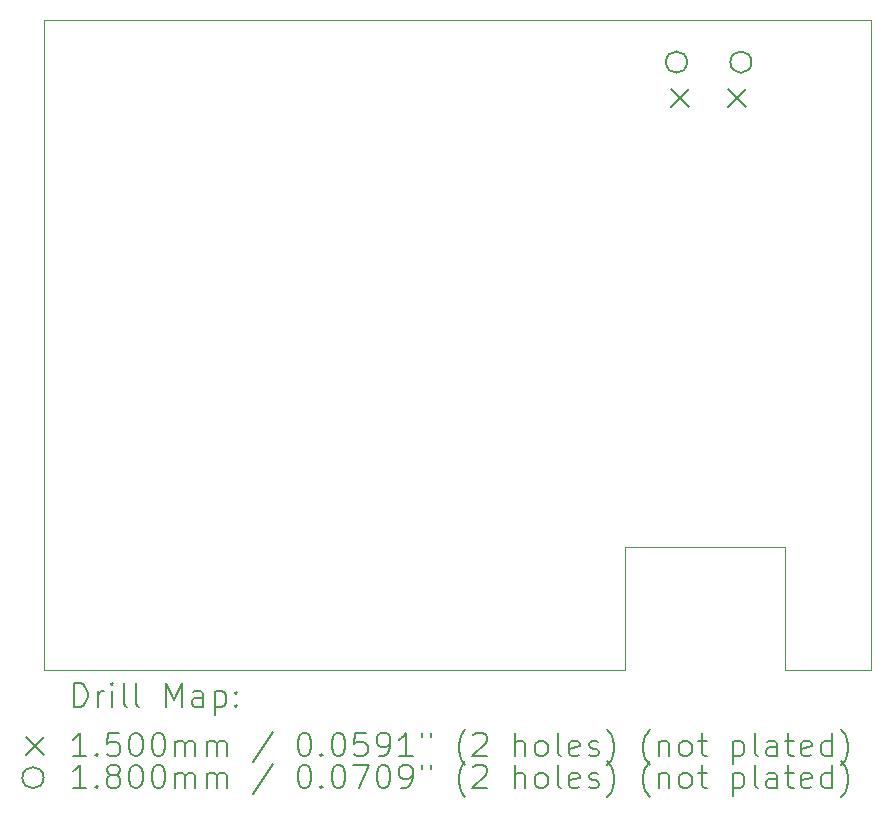
<source format=gbr>
%TF.GenerationSoftware,KiCad,Pcbnew,(6.0.8-1)-1*%
%TF.CreationDate,2022-11-03T22:20:15+08:00*%
%TF.ProjectId,PCB,5043422e-6b69-4636-9164-5f7063625858,rev?*%
%TF.SameCoordinates,Original*%
%TF.FileFunction,Drillmap*%
%TF.FilePolarity,Positive*%
%FSLAX45Y45*%
G04 Gerber Fmt 4.5, Leading zero omitted, Abs format (unit mm)*
G04 Created by KiCad (PCBNEW (6.0.8-1)-1) date 2022-11-03 22:20:15*
%MOMM*%
%LPD*%
G01*
G04 APERTURE LIST*
%ADD10C,0.100000*%
%ADD11C,0.200000*%
%ADD12C,0.150000*%
%ADD13C,0.180000*%
G04 APERTURE END LIST*
D10*
X4470400Y-6514200D02*
X11470400Y-6514200D01*
X11470400Y-6514200D02*
X11470400Y-12014200D01*
X11470400Y-12014200D02*
X10744200Y-12014200D01*
X9385300Y-12014200D02*
X4470400Y-12014200D01*
X10744200Y-10972800D02*
X10744200Y-12014200D01*
X9385300Y-10972800D02*
X10744200Y-10972800D01*
X4470400Y-12014200D02*
X4470400Y-6514200D01*
X9385300Y-12014200D02*
X9385300Y-10972800D01*
D11*
D12*
X9779000Y-7099000D02*
X9929000Y-7249000D01*
X9929000Y-7099000D02*
X9779000Y-7249000D01*
X10264000Y-7099000D02*
X10414000Y-7249000D01*
X10414000Y-7099000D02*
X10264000Y-7249000D01*
D13*
X9914000Y-6871000D02*
G75*
G03*
X9914000Y-6871000I-90000J0D01*
G01*
X10459000Y-6871000D02*
G75*
G03*
X10459000Y-6871000I-90000J0D01*
G01*
D11*
X4723019Y-12329676D02*
X4723019Y-12129676D01*
X4770638Y-12129676D01*
X4799210Y-12139200D01*
X4818257Y-12158248D01*
X4827781Y-12177295D01*
X4837305Y-12215390D01*
X4837305Y-12243962D01*
X4827781Y-12282057D01*
X4818257Y-12301105D01*
X4799210Y-12320152D01*
X4770638Y-12329676D01*
X4723019Y-12329676D01*
X4923019Y-12329676D02*
X4923019Y-12196343D01*
X4923019Y-12234438D02*
X4932543Y-12215390D01*
X4942067Y-12205867D01*
X4961114Y-12196343D01*
X4980162Y-12196343D01*
X5046829Y-12329676D02*
X5046829Y-12196343D01*
X5046829Y-12129676D02*
X5037305Y-12139200D01*
X5046829Y-12148724D01*
X5056352Y-12139200D01*
X5046829Y-12129676D01*
X5046829Y-12148724D01*
X5170638Y-12329676D02*
X5151590Y-12320152D01*
X5142067Y-12301105D01*
X5142067Y-12129676D01*
X5275400Y-12329676D02*
X5256352Y-12320152D01*
X5246829Y-12301105D01*
X5246829Y-12129676D01*
X5503971Y-12329676D02*
X5503971Y-12129676D01*
X5570638Y-12272533D01*
X5637305Y-12129676D01*
X5637305Y-12329676D01*
X5818257Y-12329676D02*
X5818257Y-12224914D01*
X5808733Y-12205867D01*
X5789686Y-12196343D01*
X5751590Y-12196343D01*
X5732543Y-12205867D01*
X5818257Y-12320152D02*
X5799209Y-12329676D01*
X5751590Y-12329676D01*
X5732543Y-12320152D01*
X5723019Y-12301105D01*
X5723019Y-12282057D01*
X5732543Y-12263009D01*
X5751590Y-12253486D01*
X5799209Y-12253486D01*
X5818257Y-12243962D01*
X5913495Y-12196343D02*
X5913495Y-12396343D01*
X5913495Y-12205867D02*
X5932543Y-12196343D01*
X5970638Y-12196343D01*
X5989686Y-12205867D01*
X5999209Y-12215390D01*
X6008733Y-12234438D01*
X6008733Y-12291581D01*
X5999209Y-12310628D01*
X5989686Y-12320152D01*
X5970638Y-12329676D01*
X5932543Y-12329676D01*
X5913495Y-12320152D01*
X6094448Y-12310628D02*
X6103971Y-12320152D01*
X6094448Y-12329676D01*
X6084924Y-12320152D01*
X6094448Y-12310628D01*
X6094448Y-12329676D01*
X6094448Y-12205867D02*
X6103971Y-12215390D01*
X6094448Y-12224914D01*
X6084924Y-12215390D01*
X6094448Y-12205867D01*
X6094448Y-12224914D01*
D12*
X4315400Y-12584200D02*
X4465400Y-12734200D01*
X4465400Y-12584200D02*
X4315400Y-12734200D01*
D11*
X4827781Y-12749676D02*
X4713495Y-12749676D01*
X4770638Y-12749676D02*
X4770638Y-12549676D01*
X4751590Y-12578248D01*
X4732543Y-12597295D01*
X4713495Y-12606819D01*
X4913495Y-12730628D02*
X4923019Y-12740152D01*
X4913495Y-12749676D01*
X4903971Y-12740152D01*
X4913495Y-12730628D01*
X4913495Y-12749676D01*
X5103971Y-12549676D02*
X5008733Y-12549676D01*
X4999210Y-12644914D01*
X5008733Y-12635390D01*
X5027781Y-12625867D01*
X5075400Y-12625867D01*
X5094448Y-12635390D01*
X5103971Y-12644914D01*
X5113495Y-12663962D01*
X5113495Y-12711581D01*
X5103971Y-12730628D01*
X5094448Y-12740152D01*
X5075400Y-12749676D01*
X5027781Y-12749676D01*
X5008733Y-12740152D01*
X4999210Y-12730628D01*
X5237305Y-12549676D02*
X5256352Y-12549676D01*
X5275400Y-12559200D01*
X5284924Y-12568724D01*
X5294448Y-12587771D01*
X5303971Y-12625867D01*
X5303971Y-12673486D01*
X5294448Y-12711581D01*
X5284924Y-12730628D01*
X5275400Y-12740152D01*
X5256352Y-12749676D01*
X5237305Y-12749676D01*
X5218257Y-12740152D01*
X5208733Y-12730628D01*
X5199210Y-12711581D01*
X5189686Y-12673486D01*
X5189686Y-12625867D01*
X5199210Y-12587771D01*
X5208733Y-12568724D01*
X5218257Y-12559200D01*
X5237305Y-12549676D01*
X5427781Y-12549676D02*
X5446829Y-12549676D01*
X5465876Y-12559200D01*
X5475400Y-12568724D01*
X5484924Y-12587771D01*
X5494448Y-12625867D01*
X5494448Y-12673486D01*
X5484924Y-12711581D01*
X5475400Y-12730628D01*
X5465876Y-12740152D01*
X5446829Y-12749676D01*
X5427781Y-12749676D01*
X5408733Y-12740152D01*
X5399210Y-12730628D01*
X5389686Y-12711581D01*
X5380162Y-12673486D01*
X5380162Y-12625867D01*
X5389686Y-12587771D01*
X5399210Y-12568724D01*
X5408733Y-12559200D01*
X5427781Y-12549676D01*
X5580162Y-12749676D02*
X5580162Y-12616343D01*
X5580162Y-12635390D02*
X5589686Y-12625867D01*
X5608733Y-12616343D01*
X5637305Y-12616343D01*
X5656352Y-12625867D01*
X5665876Y-12644914D01*
X5665876Y-12749676D01*
X5665876Y-12644914D02*
X5675400Y-12625867D01*
X5694448Y-12616343D01*
X5723019Y-12616343D01*
X5742067Y-12625867D01*
X5751590Y-12644914D01*
X5751590Y-12749676D01*
X5846828Y-12749676D02*
X5846828Y-12616343D01*
X5846828Y-12635390D02*
X5856352Y-12625867D01*
X5875400Y-12616343D01*
X5903971Y-12616343D01*
X5923019Y-12625867D01*
X5932543Y-12644914D01*
X5932543Y-12749676D01*
X5932543Y-12644914D02*
X5942067Y-12625867D01*
X5961114Y-12616343D01*
X5989686Y-12616343D01*
X6008733Y-12625867D01*
X6018257Y-12644914D01*
X6018257Y-12749676D01*
X6408733Y-12540152D02*
X6237305Y-12797295D01*
X6665876Y-12549676D02*
X6684924Y-12549676D01*
X6703971Y-12559200D01*
X6713495Y-12568724D01*
X6723019Y-12587771D01*
X6732543Y-12625867D01*
X6732543Y-12673486D01*
X6723019Y-12711581D01*
X6713495Y-12730628D01*
X6703971Y-12740152D01*
X6684924Y-12749676D01*
X6665876Y-12749676D01*
X6646828Y-12740152D01*
X6637305Y-12730628D01*
X6627781Y-12711581D01*
X6618257Y-12673486D01*
X6618257Y-12625867D01*
X6627781Y-12587771D01*
X6637305Y-12568724D01*
X6646828Y-12559200D01*
X6665876Y-12549676D01*
X6818257Y-12730628D02*
X6827781Y-12740152D01*
X6818257Y-12749676D01*
X6808733Y-12740152D01*
X6818257Y-12730628D01*
X6818257Y-12749676D01*
X6951590Y-12549676D02*
X6970638Y-12549676D01*
X6989686Y-12559200D01*
X6999209Y-12568724D01*
X7008733Y-12587771D01*
X7018257Y-12625867D01*
X7018257Y-12673486D01*
X7008733Y-12711581D01*
X6999209Y-12730628D01*
X6989686Y-12740152D01*
X6970638Y-12749676D01*
X6951590Y-12749676D01*
X6932543Y-12740152D01*
X6923019Y-12730628D01*
X6913495Y-12711581D01*
X6903971Y-12673486D01*
X6903971Y-12625867D01*
X6913495Y-12587771D01*
X6923019Y-12568724D01*
X6932543Y-12559200D01*
X6951590Y-12549676D01*
X7199209Y-12549676D02*
X7103971Y-12549676D01*
X7094448Y-12644914D01*
X7103971Y-12635390D01*
X7123019Y-12625867D01*
X7170638Y-12625867D01*
X7189686Y-12635390D01*
X7199209Y-12644914D01*
X7208733Y-12663962D01*
X7208733Y-12711581D01*
X7199209Y-12730628D01*
X7189686Y-12740152D01*
X7170638Y-12749676D01*
X7123019Y-12749676D01*
X7103971Y-12740152D01*
X7094448Y-12730628D01*
X7303971Y-12749676D02*
X7342067Y-12749676D01*
X7361114Y-12740152D01*
X7370638Y-12730628D01*
X7389686Y-12702057D01*
X7399209Y-12663962D01*
X7399209Y-12587771D01*
X7389686Y-12568724D01*
X7380162Y-12559200D01*
X7361114Y-12549676D01*
X7323019Y-12549676D01*
X7303971Y-12559200D01*
X7294448Y-12568724D01*
X7284924Y-12587771D01*
X7284924Y-12635390D01*
X7294448Y-12654438D01*
X7303971Y-12663962D01*
X7323019Y-12673486D01*
X7361114Y-12673486D01*
X7380162Y-12663962D01*
X7389686Y-12654438D01*
X7399209Y-12635390D01*
X7589686Y-12749676D02*
X7475400Y-12749676D01*
X7532543Y-12749676D02*
X7532543Y-12549676D01*
X7513495Y-12578248D01*
X7494448Y-12597295D01*
X7475400Y-12606819D01*
X7665876Y-12549676D02*
X7665876Y-12587771D01*
X7742067Y-12549676D02*
X7742067Y-12587771D01*
X8037305Y-12825867D02*
X8027781Y-12816343D01*
X8008733Y-12787771D01*
X7999209Y-12768724D01*
X7989686Y-12740152D01*
X7980162Y-12692533D01*
X7980162Y-12654438D01*
X7989686Y-12606819D01*
X7999209Y-12578248D01*
X8008733Y-12559200D01*
X8027781Y-12530628D01*
X8037305Y-12521105D01*
X8103971Y-12568724D02*
X8113495Y-12559200D01*
X8132543Y-12549676D01*
X8180162Y-12549676D01*
X8199209Y-12559200D01*
X8208733Y-12568724D01*
X8218257Y-12587771D01*
X8218257Y-12606819D01*
X8208733Y-12635390D01*
X8094448Y-12749676D01*
X8218257Y-12749676D01*
X8456352Y-12749676D02*
X8456352Y-12549676D01*
X8542067Y-12749676D02*
X8542067Y-12644914D01*
X8532543Y-12625867D01*
X8513495Y-12616343D01*
X8484924Y-12616343D01*
X8465876Y-12625867D01*
X8456352Y-12635390D01*
X8665876Y-12749676D02*
X8646829Y-12740152D01*
X8637305Y-12730628D01*
X8627781Y-12711581D01*
X8627781Y-12654438D01*
X8637305Y-12635390D01*
X8646829Y-12625867D01*
X8665876Y-12616343D01*
X8694448Y-12616343D01*
X8713495Y-12625867D01*
X8723019Y-12635390D01*
X8732543Y-12654438D01*
X8732543Y-12711581D01*
X8723019Y-12730628D01*
X8713495Y-12740152D01*
X8694448Y-12749676D01*
X8665876Y-12749676D01*
X8846829Y-12749676D02*
X8827781Y-12740152D01*
X8818257Y-12721105D01*
X8818257Y-12549676D01*
X8999210Y-12740152D02*
X8980162Y-12749676D01*
X8942067Y-12749676D01*
X8923019Y-12740152D01*
X8913495Y-12721105D01*
X8913495Y-12644914D01*
X8923019Y-12625867D01*
X8942067Y-12616343D01*
X8980162Y-12616343D01*
X8999210Y-12625867D01*
X9008733Y-12644914D01*
X9008733Y-12663962D01*
X8913495Y-12683009D01*
X9084924Y-12740152D02*
X9103971Y-12749676D01*
X9142067Y-12749676D01*
X9161114Y-12740152D01*
X9170638Y-12721105D01*
X9170638Y-12711581D01*
X9161114Y-12692533D01*
X9142067Y-12683009D01*
X9113495Y-12683009D01*
X9094448Y-12673486D01*
X9084924Y-12654438D01*
X9084924Y-12644914D01*
X9094448Y-12625867D01*
X9113495Y-12616343D01*
X9142067Y-12616343D01*
X9161114Y-12625867D01*
X9237305Y-12825867D02*
X9246829Y-12816343D01*
X9265876Y-12787771D01*
X9275400Y-12768724D01*
X9284924Y-12740152D01*
X9294448Y-12692533D01*
X9294448Y-12654438D01*
X9284924Y-12606819D01*
X9275400Y-12578248D01*
X9265876Y-12559200D01*
X9246829Y-12530628D01*
X9237305Y-12521105D01*
X9599210Y-12825867D02*
X9589686Y-12816343D01*
X9570638Y-12787771D01*
X9561114Y-12768724D01*
X9551590Y-12740152D01*
X9542067Y-12692533D01*
X9542067Y-12654438D01*
X9551590Y-12606819D01*
X9561114Y-12578248D01*
X9570638Y-12559200D01*
X9589686Y-12530628D01*
X9599210Y-12521105D01*
X9675400Y-12616343D02*
X9675400Y-12749676D01*
X9675400Y-12635390D02*
X9684924Y-12625867D01*
X9703971Y-12616343D01*
X9732543Y-12616343D01*
X9751590Y-12625867D01*
X9761114Y-12644914D01*
X9761114Y-12749676D01*
X9884924Y-12749676D02*
X9865876Y-12740152D01*
X9856352Y-12730628D01*
X9846829Y-12711581D01*
X9846829Y-12654438D01*
X9856352Y-12635390D01*
X9865876Y-12625867D01*
X9884924Y-12616343D01*
X9913495Y-12616343D01*
X9932543Y-12625867D01*
X9942067Y-12635390D01*
X9951590Y-12654438D01*
X9951590Y-12711581D01*
X9942067Y-12730628D01*
X9932543Y-12740152D01*
X9913495Y-12749676D01*
X9884924Y-12749676D01*
X10008733Y-12616343D02*
X10084924Y-12616343D01*
X10037305Y-12549676D02*
X10037305Y-12721105D01*
X10046829Y-12740152D01*
X10065876Y-12749676D01*
X10084924Y-12749676D01*
X10303971Y-12616343D02*
X10303971Y-12816343D01*
X10303971Y-12625867D02*
X10323019Y-12616343D01*
X10361114Y-12616343D01*
X10380162Y-12625867D01*
X10389686Y-12635390D01*
X10399210Y-12654438D01*
X10399210Y-12711581D01*
X10389686Y-12730628D01*
X10380162Y-12740152D01*
X10361114Y-12749676D01*
X10323019Y-12749676D01*
X10303971Y-12740152D01*
X10513495Y-12749676D02*
X10494448Y-12740152D01*
X10484924Y-12721105D01*
X10484924Y-12549676D01*
X10675400Y-12749676D02*
X10675400Y-12644914D01*
X10665876Y-12625867D01*
X10646829Y-12616343D01*
X10608733Y-12616343D01*
X10589686Y-12625867D01*
X10675400Y-12740152D02*
X10656352Y-12749676D01*
X10608733Y-12749676D01*
X10589686Y-12740152D01*
X10580162Y-12721105D01*
X10580162Y-12702057D01*
X10589686Y-12683009D01*
X10608733Y-12673486D01*
X10656352Y-12673486D01*
X10675400Y-12663962D01*
X10742067Y-12616343D02*
X10818257Y-12616343D01*
X10770638Y-12549676D02*
X10770638Y-12721105D01*
X10780162Y-12740152D01*
X10799210Y-12749676D01*
X10818257Y-12749676D01*
X10961114Y-12740152D02*
X10942067Y-12749676D01*
X10903971Y-12749676D01*
X10884924Y-12740152D01*
X10875400Y-12721105D01*
X10875400Y-12644914D01*
X10884924Y-12625867D01*
X10903971Y-12616343D01*
X10942067Y-12616343D01*
X10961114Y-12625867D01*
X10970638Y-12644914D01*
X10970638Y-12663962D01*
X10875400Y-12683009D01*
X11142067Y-12749676D02*
X11142067Y-12549676D01*
X11142067Y-12740152D02*
X11123019Y-12749676D01*
X11084924Y-12749676D01*
X11065876Y-12740152D01*
X11056352Y-12730628D01*
X11046829Y-12711581D01*
X11046829Y-12654438D01*
X11056352Y-12635390D01*
X11065876Y-12625867D01*
X11084924Y-12616343D01*
X11123019Y-12616343D01*
X11142067Y-12625867D01*
X11218257Y-12825867D02*
X11227781Y-12816343D01*
X11246828Y-12787771D01*
X11256352Y-12768724D01*
X11265876Y-12740152D01*
X11275400Y-12692533D01*
X11275400Y-12654438D01*
X11265876Y-12606819D01*
X11256352Y-12578248D01*
X11246828Y-12559200D01*
X11227781Y-12530628D01*
X11218257Y-12521105D01*
D13*
X4465400Y-12929200D02*
G75*
G03*
X4465400Y-12929200I-90000J0D01*
G01*
D11*
X4827781Y-13019676D02*
X4713495Y-13019676D01*
X4770638Y-13019676D02*
X4770638Y-12819676D01*
X4751590Y-12848248D01*
X4732543Y-12867295D01*
X4713495Y-12876819D01*
X4913495Y-13000628D02*
X4923019Y-13010152D01*
X4913495Y-13019676D01*
X4903971Y-13010152D01*
X4913495Y-13000628D01*
X4913495Y-13019676D01*
X5037305Y-12905390D02*
X5018257Y-12895867D01*
X5008733Y-12886343D01*
X4999210Y-12867295D01*
X4999210Y-12857771D01*
X5008733Y-12838724D01*
X5018257Y-12829200D01*
X5037305Y-12819676D01*
X5075400Y-12819676D01*
X5094448Y-12829200D01*
X5103971Y-12838724D01*
X5113495Y-12857771D01*
X5113495Y-12867295D01*
X5103971Y-12886343D01*
X5094448Y-12895867D01*
X5075400Y-12905390D01*
X5037305Y-12905390D01*
X5018257Y-12914914D01*
X5008733Y-12924438D01*
X4999210Y-12943486D01*
X4999210Y-12981581D01*
X5008733Y-13000628D01*
X5018257Y-13010152D01*
X5037305Y-13019676D01*
X5075400Y-13019676D01*
X5094448Y-13010152D01*
X5103971Y-13000628D01*
X5113495Y-12981581D01*
X5113495Y-12943486D01*
X5103971Y-12924438D01*
X5094448Y-12914914D01*
X5075400Y-12905390D01*
X5237305Y-12819676D02*
X5256352Y-12819676D01*
X5275400Y-12829200D01*
X5284924Y-12838724D01*
X5294448Y-12857771D01*
X5303971Y-12895867D01*
X5303971Y-12943486D01*
X5294448Y-12981581D01*
X5284924Y-13000628D01*
X5275400Y-13010152D01*
X5256352Y-13019676D01*
X5237305Y-13019676D01*
X5218257Y-13010152D01*
X5208733Y-13000628D01*
X5199210Y-12981581D01*
X5189686Y-12943486D01*
X5189686Y-12895867D01*
X5199210Y-12857771D01*
X5208733Y-12838724D01*
X5218257Y-12829200D01*
X5237305Y-12819676D01*
X5427781Y-12819676D02*
X5446829Y-12819676D01*
X5465876Y-12829200D01*
X5475400Y-12838724D01*
X5484924Y-12857771D01*
X5494448Y-12895867D01*
X5494448Y-12943486D01*
X5484924Y-12981581D01*
X5475400Y-13000628D01*
X5465876Y-13010152D01*
X5446829Y-13019676D01*
X5427781Y-13019676D01*
X5408733Y-13010152D01*
X5399210Y-13000628D01*
X5389686Y-12981581D01*
X5380162Y-12943486D01*
X5380162Y-12895867D01*
X5389686Y-12857771D01*
X5399210Y-12838724D01*
X5408733Y-12829200D01*
X5427781Y-12819676D01*
X5580162Y-13019676D02*
X5580162Y-12886343D01*
X5580162Y-12905390D02*
X5589686Y-12895867D01*
X5608733Y-12886343D01*
X5637305Y-12886343D01*
X5656352Y-12895867D01*
X5665876Y-12914914D01*
X5665876Y-13019676D01*
X5665876Y-12914914D02*
X5675400Y-12895867D01*
X5694448Y-12886343D01*
X5723019Y-12886343D01*
X5742067Y-12895867D01*
X5751590Y-12914914D01*
X5751590Y-13019676D01*
X5846828Y-13019676D02*
X5846828Y-12886343D01*
X5846828Y-12905390D02*
X5856352Y-12895867D01*
X5875400Y-12886343D01*
X5903971Y-12886343D01*
X5923019Y-12895867D01*
X5932543Y-12914914D01*
X5932543Y-13019676D01*
X5932543Y-12914914D02*
X5942067Y-12895867D01*
X5961114Y-12886343D01*
X5989686Y-12886343D01*
X6008733Y-12895867D01*
X6018257Y-12914914D01*
X6018257Y-13019676D01*
X6408733Y-12810152D02*
X6237305Y-13067295D01*
X6665876Y-12819676D02*
X6684924Y-12819676D01*
X6703971Y-12829200D01*
X6713495Y-12838724D01*
X6723019Y-12857771D01*
X6732543Y-12895867D01*
X6732543Y-12943486D01*
X6723019Y-12981581D01*
X6713495Y-13000628D01*
X6703971Y-13010152D01*
X6684924Y-13019676D01*
X6665876Y-13019676D01*
X6646828Y-13010152D01*
X6637305Y-13000628D01*
X6627781Y-12981581D01*
X6618257Y-12943486D01*
X6618257Y-12895867D01*
X6627781Y-12857771D01*
X6637305Y-12838724D01*
X6646828Y-12829200D01*
X6665876Y-12819676D01*
X6818257Y-13000628D02*
X6827781Y-13010152D01*
X6818257Y-13019676D01*
X6808733Y-13010152D01*
X6818257Y-13000628D01*
X6818257Y-13019676D01*
X6951590Y-12819676D02*
X6970638Y-12819676D01*
X6989686Y-12829200D01*
X6999209Y-12838724D01*
X7008733Y-12857771D01*
X7018257Y-12895867D01*
X7018257Y-12943486D01*
X7008733Y-12981581D01*
X6999209Y-13000628D01*
X6989686Y-13010152D01*
X6970638Y-13019676D01*
X6951590Y-13019676D01*
X6932543Y-13010152D01*
X6923019Y-13000628D01*
X6913495Y-12981581D01*
X6903971Y-12943486D01*
X6903971Y-12895867D01*
X6913495Y-12857771D01*
X6923019Y-12838724D01*
X6932543Y-12829200D01*
X6951590Y-12819676D01*
X7084924Y-12819676D02*
X7218257Y-12819676D01*
X7132543Y-13019676D01*
X7332543Y-12819676D02*
X7351590Y-12819676D01*
X7370638Y-12829200D01*
X7380162Y-12838724D01*
X7389686Y-12857771D01*
X7399209Y-12895867D01*
X7399209Y-12943486D01*
X7389686Y-12981581D01*
X7380162Y-13000628D01*
X7370638Y-13010152D01*
X7351590Y-13019676D01*
X7332543Y-13019676D01*
X7313495Y-13010152D01*
X7303971Y-13000628D01*
X7294448Y-12981581D01*
X7284924Y-12943486D01*
X7284924Y-12895867D01*
X7294448Y-12857771D01*
X7303971Y-12838724D01*
X7313495Y-12829200D01*
X7332543Y-12819676D01*
X7494448Y-13019676D02*
X7532543Y-13019676D01*
X7551590Y-13010152D01*
X7561114Y-13000628D01*
X7580162Y-12972057D01*
X7589686Y-12933962D01*
X7589686Y-12857771D01*
X7580162Y-12838724D01*
X7570638Y-12829200D01*
X7551590Y-12819676D01*
X7513495Y-12819676D01*
X7494448Y-12829200D01*
X7484924Y-12838724D01*
X7475400Y-12857771D01*
X7475400Y-12905390D01*
X7484924Y-12924438D01*
X7494448Y-12933962D01*
X7513495Y-12943486D01*
X7551590Y-12943486D01*
X7570638Y-12933962D01*
X7580162Y-12924438D01*
X7589686Y-12905390D01*
X7665876Y-12819676D02*
X7665876Y-12857771D01*
X7742067Y-12819676D02*
X7742067Y-12857771D01*
X8037305Y-13095867D02*
X8027781Y-13086343D01*
X8008733Y-13057771D01*
X7999209Y-13038724D01*
X7989686Y-13010152D01*
X7980162Y-12962533D01*
X7980162Y-12924438D01*
X7989686Y-12876819D01*
X7999209Y-12848248D01*
X8008733Y-12829200D01*
X8027781Y-12800628D01*
X8037305Y-12791105D01*
X8103971Y-12838724D02*
X8113495Y-12829200D01*
X8132543Y-12819676D01*
X8180162Y-12819676D01*
X8199209Y-12829200D01*
X8208733Y-12838724D01*
X8218257Y-12857771D01*
X8218257Y-12876819D01*
X8208733Y-12905390D01*
X8094448Y-13019676D01*
X8218257Y-13019676D01*
X8456352Y-13019676D02*
X8456352Y-12819676D01*
X8542067Y-13019676D02*
X8542067Y-12914914D01*
X8532543Y-12895867D01*
X8513495Y-12886343D01*
X8484924Y-12886343D01*
X8465876Y-12895867D01*
X8456352Y-12905390D01*
X8665876Y-13019676D02*
X8646829Y-13010152D01*
X8637305Y-13000628D01*
X8627781Y-12981581D01*
X8627781Y-12924438D01*
X8637305Y-12905390D01*
X8646829Y-12895867D01*
X8665876Y-12886343D01*
X8694448Y-12886343D01*
X8713495Y-12895867D01*
X8723019Y-12905390D01*
X8732543Y-12924438D01*
X8732543Y-12981581D01*
X8723019Y-13000628D01*
X8713495Y-13010152D01*
X8694448Y-13019676D01*
X8665876Y-13019676D01*
X8846829Y-13019676D02*
X8827781Y-13010152D01*
X8818257Y-12991105D01*
X8818257Y-12819676D01*
X8999210Y-13010152D02*
X8980162Y-13019676D01*
X8942067Y-13019676D01*
X8923019Y-13010152D01*
X8913495Y-12991105D01*
X8913495Y-12914914D01*
X8923019Y-12895867D01*
X8942067Y-12886343D01*
X8980162Y-12886343D01*
X8999210Y-12895867D01*
X9008733Y-12914914D01*
X9008733Y-12933962D01*
X8913495Y-12953009D01*
X9084924Y-13010152D02*
X9103971Y-13019676D01*
X9142067Y-13019676D01*
X9161114Y-13010152D01*
X9170638Y-12991105D01*
X9170638Y-12981581D01*
X9161114Y-12962533D01*
X9142067Y-12953009D01*
X9113495Y-12953009D01*
X9094448Y-12943486D01*
X9084924Y-12924438D01*
X9084924Y-12914914D01*
X9094448Y-12895867D01*
X9113495Y-12886343D01*
X9142067Y-12886343D01*
X9161114Y-12895867D01*
X9237305Y-13095867D02*
X9246829Y-13086343D01*
X9265876Y-13057771D01*
X9275400Y-13038724D01*
X9284924Y-13010152D01*
X9294448Y-12962533D01*
X9294448Y-12924438D01*
X9284924Y-12876819D01*
X9275400Y-12848248D01*
X9265876Y-12829200D01*
X9246829Y-12800628D01*
X9237305Y-12791105D01*
X9599210Y-13095867D02*
X9589686Y-13086343D01*
X9570638Y-13057771D01*
X9561114Y-13038724D01*
X9551590Y-13010152D01*
X9542067Y-12962533D01*
X9542067Y-12924438D01*
X9551590Y-12876819D01*
X9561114Y-12848248D01*
X9570638Y-12829200D01*
X9589686Y-12800628D01*
X9599210Y-12791105D01*
X9675400Y-12886343D02*
X9675400Y-13019676D01*
X9675400Y-12905390D02*
X9684924Y-12895867D01*
X9703971Y-12886343D01*
X9732543Y-12886343D01*
X9751590Y-12895867D01*
X9761114Y-12914914D01*
X9761114Y-13019676D01*
X9884924Y-13019676D02*
X9865876Y-13010152D01*
X9856352Y-13000628D01*
X9846829Y-12981581D01*
X9846829Y-12924438D01*
X9856352Y-12905390D01*
X9865876Y-12895867D01*
X9884924Y-12886343D01*
X9913495Y-12886343D01*
X9932543Y-12895867D01*
X9942067Y-12905390D01*
X9951590Y-12924438D01*
X9951590Y-12981581D01*
X9942067Y-13000628D01*
X9932543Y-13010152D01*
X9913495Y-13019676D01*
X9884924Y-13019676D01*
X10008733Y-12886343D02*
X10084924Y-12886343D01*
X10037305Y-12819676D02*
X10037305Y-12991105D01*
X10046829Y-13010152D01*
X10065876Y-13019676D01*
X10084924Y-13019676D01*
X10303971Y-12886343D02*
X10303971Y-13086343D01*
X10303971Y-12895867D02*
X10323019Y-12886343D01*
X10361114Y-12886343D01*
X10380162Y-12895867D01*
X10389686Y-12905390D01*
X10399210Y-12924438D01*
X10399210Y-12981581D01*
X10389686Y-13000628D01*
X10380162Y-13010152D01*
X10361114Y-13019676D01*
X10323019Y-13019676D01*
X10303971Y-13010152D01*
X10513495Y-13019676D02*
X10494448Y-13010152D01*
X10484924Y-12991105D01*
X10484924Y-12819676D01*
X10675400Y-13019676D02*
X10675400Y-12914914D01*
X10665876Y-12895867D01*
X10646829Y-12886343D01*
X10608733Y-12886343D01*
X10589686Y-12895867D01*
X10675400Y-13010152D02*
X10656352Y-13019676D01*
X10608733Y-13019676D01*
X10589686Y-13010152D01*
X10580162Y-12991105D01*
X10580162Y-12972057D01*
X10589686Y-12953009D01*
X10608733Y-12943486D01*
X10656352Y-12943486D01*
X10675400Y-12933962D01*
X10742067Y-12886343D02*
X10818257Y-12886343D01*
X10770638Y-12819676D02*
X10770638Y-12991105D01*
X10780162Y-13010152D01*
X10799210Y-13019676D01*
X10818257Y-13019676D01*
X10961114Y-13010152D02*
X10942067Y-13019676D01*
X10903971Y-13019676D01*
X10884924Y-13010152D01*
X10875400Y-12991105D01*
X10875400Y-12914914D01*
X10884924Y-12895867D01*
X10903971Y-12886343D01*
X10942067Y-12886343D01*
X10961114Y-12895867D01*
X10970638Y-12914914D01*
X10970638Y-12933962D01*
X10875400Y-12953009D01*
X11142067Y-13019676D02*
X11142067Y-12819676D01*
X11142067Y-13010152D02*
X11123019Y-13019676D01*
X11084924Y-13019676D01*
X11065876Y-13010152D01*
X11056352Y-13000628D01*
X11046829Y-12981581D01*
X11046829Y-12924438D01*
X11056352Y-12905390D01*
X11065876Y-12895867D01*
X11084924Y-12886343D01*
X11123019Y-12886343D01*
X11142067Y-12895867D01*
X11218257Y-13095867D02*
X11227781Y-13086343D01*
X11246828Y-13057771D01*
X11256352Y-13038724D01*
X11265876Y-13010152D01*
X11275400Y-12962533D01*
X11275400Y-12924438D01*
X11265876Y-12876819D01*
X11256352Y-12848248D01*
X11246828Y-12829200D01*
X11227781Y-12800628D01*
X11218257Y-12791105D01*
M02*

</source>
